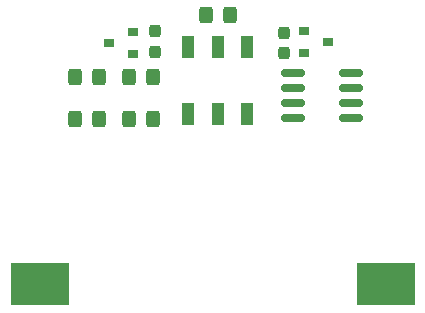
<source format=gbr>
G04 #@! TF.GenerationSoftware,KiCad,Pcbnew,9.0.1*
G04 #@! TF.CreationDate,2025-04-09T17:44:43+02:00*
G04 #@! TF.ProjectId,SMDChaser0805-0603,534d4443-6861-4736-9572-303830352d30,rev?*
G04 #@! TF.SameCoordinates,Original*
G04 #@! TF.FileFunction,Paste,Bot*
G04 #@! TF.FilePolarity,Positive*
%FSLAX46Y46*%
G04 Gerber Fmt 4.6, Leading zero omitted, Abs format (unit mm)*
G04 Created by KiCad (PCBNEW 9.0.1) date 2025-04-09 17:44:43*
%MOMM*%
%LPD*%
G01*
G04 APERTURE LIST*
G04 Aperture macros list*
%AMRoundRect*
0 Rectangle with rounded corners*
0 $1 Rounding radius*
0 $2 $3 $4 $5 $6 $7 $8 $9 X,Y pos of 4 corners*
0 Add a 4 corners polygon primitive as box body*
4,1,4,$2,$3,$4,$5,$6,$7,$8,$9,$2,$3,0*
0 Add four circle primitives for the rounded corners*
1,1,$1+$1,$2,$3*
1,1,$1+$1,$4,$5*
1,1,$1+$1,$6,$7*
1,1,$1+$1,$8,$9*
0 Add four rect primitives between the rounded corners*
20,1,$1+$1,$2,$3,$4,$5,0*
20,1,$1+$1,$4,$5,$6,$7,0*
20,1,$1+$1,$6,$7,$8,$9,0*
20,1,$1+$1,$8,$9,$2,$3,0*%
G04 Aperture macros list end*
%ADD10RoundRect,0.250000X0.325000X0.450000X-0.325000X0.450000X-0.325000X-0.450000X0.325000X-0.450000X0*%
%ADD11R,1.100000X1.950000*%
%ADD12RoundRect,0.150000X0.825000X0.150000X-0.825000X0.150000X-0.825000X-0.150000X0.825000X-0.150000X0*%
%ADD13R,5.000000X3.600000*%
%ADD14R,0.900000X0.800000*%
%ADD15RoundRect,0.237500X0.237500X-0.287500X0.237500X0.287500X-0.237500X0.287500X-0.237500X-0.287500X0*%
G04 APERTURE END LIST*
D10*
X61174440Y-82184340D03*
X59124440Y-82184340D03*
X61174440Y-78628340D03*
X59124440Y-78628340D03*
X65761440Y-82184340D03*
X63711440Y-82184340D03*
X65761440Y-78628340D03*
X63711440Y-78628340D03*
D11*
X73760260Y-81736340D03*
X73760260Y-76086340D03*
X71260260Y-81736340D03*
X71260260Y-76086340D03*
X68760260Y-81736340D03*
X68760260Y-76086340D03*
D12*
X82561440Y-78287340D03*
X82561440Y-79557340D03*
X82561440Y-80827340D03*
X82561440Y-82097340D03*
X77611440Y-82097340D03*
X77611440Y-80827340D03*
X77611440Y-79557340D03*
X77611440Y-78287340D03*
D13*
X85465080Y-96185520D03*
X56165080Y-96185520D03*
D14*
X64047000Y-74819000D03*
X64047000Y-76719000D03*
X62047000Y-75769000D03*
X78582400Y-76632600D03*
X78582400Y-74732600D03*
X80582400Y-75682600D03*
D15*
X65907800Y-76528400D03*
X65907800Y-74778400D03*
X76880600Y-76644000D03*
X76880600Y-74894000D03*
D10*
X72292200Y-73406800D03*
X70242200Y-73406800D03*
M02*

</source>
